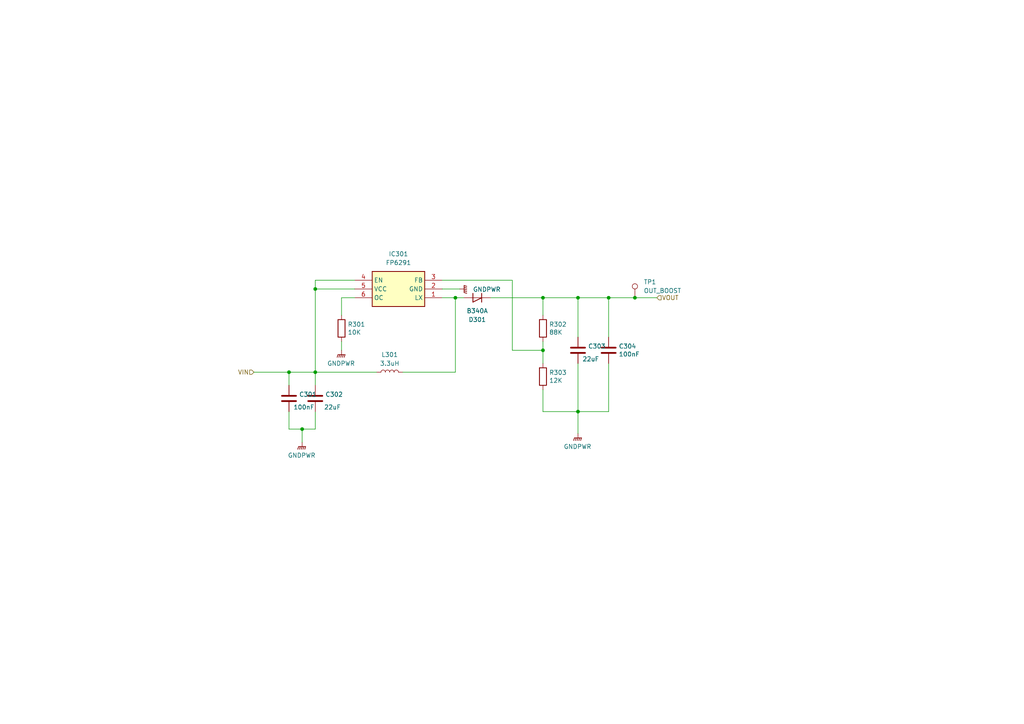
<source format=kicad_sch>
(kicad_sch (version 20230121) (generator eeschema)
  (paper "A4")
  (lib_symbols
    (symbol "Connector:TestPoint" (pin_numbers hide) (pin_names (offset 0.762) hide)
      (property "Reference" "TP" (at 0 6.858 0))
      (property "Value" "TestPoint" (at 0 5.08 0))
      (symbol "TestPoint_0_1"
        (circle (center 0 3.302) (radius 0.762))
      )
      (symbol "TestPoint_1_1"
        (pin passive line (at 0 0 90) (length 2.54) (name "1") (number "1"))
      )
    )
    (symbol "Device:C" (pin_numbers hide) (pin_names (offset 0.254))
      (property "Reference" "C" (at 0.635 2.54 0))
      (property "Value" "C" (at 0.635 -2.54 0))
      (symbol "C_0_1"
        (polyline (pts (xy -2.032 -0.762) (xy 2.032 -0.762)) (stroke (width 0.508)))
        (polyline (pts (xy -2.032 0.762) (xy 2.032 0.762)) (stroke (width 0.508)))
      )
      (symbol "C_1_1"
        (pin passive line (at 0 3.81 270) (length 2.794) (name "~") (number "1"))
        (pin passive line (at 0 -3.81 90) (length 2.794) (name "~") (number "2"))
      )
    )
    (symbol "Device:D_Shockley" (pin_numbers hide) (pin_names (offset 1.016) hide)
      (property "Reference" "D" (at 0 2.54 0))
      (property "Value" "D_Shockley" (at 0 -2.54 0))
      (symbol "D_Shockley_0_1"
        (polyline (pts (xy -1.27 0) (xy 1.27 0)))
        (polyline (pts (xy -1.27 1.27) (xy -1.27 -1.27)) (stroke (width 0.254)))
        (polyline (pts (xy -1.27 0) (xy 1.27 1.27) (xy 1.27 -1.27)) (stroke (width 0.254)))
      )
      (symbol "D_Shockley_1_1"
        (pin passive line (at -3.81 0 0) (length 2.54) (name "K") (number "1"))
        (pin passive line (at 3.81 0 180) (length 2.54) (name "A") (number "2"))
      )
    )
    (symbol "Device:L" (pin_numbers hide) (pin_names (offset 1.016) hide)
      (property "Reference" "L" (at -1.27 0 90))
      (property "Value" "L" (at 1.905 0 90))
      (symbol "L_0_1"
        (arc (start 0 -2.54) (mid 0.6323 -1.905) (end 0 -1.27))
        (arc (start 0 -1.27) (mid 0.6323 -0.635) (end 0 0))
        (arc (start 0 0) (mid 0.6323 0.635) (end 0 1.27))
        (arc (start 0 1.27) (mid 0.6323 1.905) (end 0 2.54))
      )
      (symbol "L_1_1"
        (pin passive line (at 0 3.81 270) (length 1.27) (name "1") (number "1"))
        (pin passive line (at 0 -3.81 90) (length 1.27) (name "2") (number "2"))
      )
    )
    (symbol "Device:R" (pin_numbers hide) (pin_names (offset 0))
      (property "Reference" "R" (at 2.032 0 90))
      (property "Value" "R" (at 0 0 90))
      (symbol "R_0_1"
        (rectangle (start -1.016 -2.54) (end 1.016 2.54) (stroke (width 0.254)))
      )
      (symbol "R_1_1"
        (pin passive line (at 0 3.81 270) (length 1.27) (name "~") (number "1"))
        (pin passive line (at 0 -3.81 90) (length 1.27) (name "~") (number "2"))
      )
    )
    (symbol "FP6291_1"
      (property "Reference" "IC" (at 21.59 7.62 0))
      (property "Value" "FP6291" (at 21.59 5.08 0))
      (symbol "FP6291_1_1_1"
        (rectangle (start 5.08 2.54) (end 20.32 -7.62) (stroke (width 0.254)) (fill (type background)))
        (pin passive line (at 0 -5.08 0) (length 5.08) (name "LX") (number "1"))
        (pin passive line (at 0 -2.54 0) (length 5.08) (name "GND") (number "2"))
        (pin passive line (at 0 0 0) (length 5.08) (name "FB") (number "3"))
        (pin passive line (at 25.4 0 180) (length 5.08) (name "EN") (number "4"))
        (pin passive line (at 25.4 -2.54 180) (length 5.08) (name "VCC") (number "5"))
        (pin passive line (at 25.4 -5.08 180) (length 5.08) (name "OC") (number "6"))
      )
    )
    (symbol "power:GNDPWR" (power) (pin_names (offset 0))
      (property "Value" "GNDPWR" (at 0 -3.302 0))
      (symbol "GNDPWR_0_1"
        (polyline (pts (xy 0 -1.27) (xy 0 0)))
        (polyline (pts (xy -1.016 -1.27) (xy -1.27 -2.032) (xy -1.27 -2.032)) (stroke (width 0.2032)))
        (polyline (pts (xy -0.508 -1.27) (xy -0.762 -2.032) (xy -0.762 -2.032)) (stroke (width 0.2032)))
        (polyline (pts (xy 0 -1.27) (xy -0.254 -2.032) (xy -0.254 -2.032)) (stroke (width 0.2032)))
        (polyline (pts (xy 0.508 -1.27) (xy 0.254 -2.032) (xy 0.254 -2.032)) (stroke (width 0.2032)))
        (polyline (pts (xy 1.016 -1.27) (xy -1.016 -1.27) (xy -1.016 -1.27)) (stroke (width 0.2032)))
        (polyline (pts (xy 1.016 -1.27) (xy 0.762 -2.032) (xy 0.762 -2.032) (xy 0.762 -2.032)) (stroke (width 0.2032)))
      )
      (symbol "GNDPWR_1_1"
        (pin power_in line (at 0 0 270) (length 0) hide (name "GNDPWR") (number "1"))
      )
    )
  )
  (junction (at 167.64 86.36))
  (junction (at 167.64 119.38))
  (junction (at 176.53 86.36))
  (junction (at 91.44 83.82))
  (junction (at 157.48 86.36))
  (junction (at 91.44 107.95))
  (junction (at 184.15 86.36))
  (junction (at 87.63 124.46))
  (junction (at 83.82 107.95))
  (junction (at 157.48 101.6))
  (junction (at 132.08 86.36))
  (wire (pts (xy 116.84 107.95) (xy 132.08 107.95)))
  (wire (pts (xy 87.63 124.46) (xy 91.44 124.46)))
  (wire (pts (xy 83.82 124.46) (xy 87.63 124.46)))
  (wire (pts (xy 99.06 99.06) (xy 99.06 101.6)))
  (wire (pts (xy 157.48 91.44) (xy 157.48 86.36)))
  (wire (pts (xy 83.82 111.76) (xy 83.82 107.95)))
  (wire (pts (xy 157.48 113.03) (xy 157.48 119.38)))
  (wire (pts (xy 91.44 124.46) (xy 91.44 119.38)))
  (wire (pts (xy 132.08 86.36) (xy 132.08 107.95)))
  (wire (pts (xy 91.44 107.95) (xy 109.22 107.95)))
  (wire (pts (xy 157.48 86.36) (xy 167.64 86.36)))
  (wire (pts (xy 167.64 97.79) (xy 167.64 86.36)))
  (wire (pts (xy 167.64 125.73) (xy 167.64 119.38)))
  (wire (pts (xy 167.64 119.38) (xy 176.53 119.38)))
  (wire (pts (xy 91.44 83.82) (xy 102.87 83.82)))
  (wire (pts (xy 157.48 101.6) (xy 148.59 101.6)))
  (wire (pts (xy 91.44 81.28) (xy 91.44 83.82)))
  (wire (pts (xy 83.82 107.95) (xy 73.66 107.95)))
  (wire (pts (xy 157.48 119.38) (xy 167.64 119.38)))
  (wire (pts (xy 142.24 86.36) (xy 157.48 86.36)))
  (wire (pts (xy 184.15 86.36) (xy 190.5 86.36)))
  (wire (pts (xy 87.63 128.27) (xy 87.63 124.46)))
  (wire (pts (xy 99.06 86.36) (xy 102.87 86.36)))
  (wire (pts (xy 176.53 86.36) (xy 184.15 86.36)))
  (wire (pts (xy 157.48 99.06) (xy 157.48 101.6)))
  (wire (pts (xy 91.44 107.95) (xy 83.82 107.95)))
  (wire (pts (xy 157.48 101.6) (xy 157.48 105.41)))
  (wire (pts (xy 91.44 83.82) (xy 91.44 107.95)))
  (wire (pts (xy 128.27 81.28) (xy 148.59 81.28)))
  (wire (pts (xy 128.27 86.36) (xy 132.08 86.36)))
  (wire (pts (xy 91.44 81.28) (xy 102.87 81.28)))
  (wire (pts (xy 128.27 83.82) (xy 133.35 83.82)))
  (wire (pts (xy 167.64 86.36) (xy 176.53 86.36)))
  (wire (pts (xy 91.44 111.76) (xy 91.44 107.95)))
  (wire (pts (xy 167.64 105.41) (xy 167.64 119.38)))
  (wire (pts (xy 83.82 119.38) (xy 83.82 124.46)))
  (wire (pts (xy 132.08 86.36) (xy 134.62 86.36)))
  (wire (pts (xy 176.53 119.38) (xy 176.53 105.41)))
  (wire (pts (xy 99.06 91.44) (xy 99.06 86.36)))
  (wire (pts (xy 176.53 97.79) (xy 176.53 86.36)))
  (wire (pts (xy 148.59 81.28) (xy 148.59 101.6)))
  (hierarchical_label "VOUT" (shape input) (at 190.5 86.36 0))
  (hierarchical_label "VIN" (shape input) (at 73.66 107.95 180))
  (symbol (lib_id "Device:C") (at 91.44 115.57 0) (unit 1)
    (property "Reference" "C302" (at 94.361 114.4016 0) (effects (justify left)))
    (property "Value" "22uF" (at 93.98 118.11 0) (effects (justify left)))
    (property "Footprint" "Capacitor_SMD:C_0603_1608Metric" (effects hide))
    (instances (project "smart_alarm_V0.1" (path "" (reference "C302") (unit 1))) (project "onion_4G" (path "" (reference "C?") (unit 1))))
  )
  (symbol (lib_id "Device:C") (at 167.64 101.6 0) (unit 1)
    (property "Reference" "C303" (at 170.561 100.4316 0) (effects (justify left)))
    (property "Value" "22uF" (at 168.91 104.14 0) (effects (justify left)))
    (property "Footprint" "Capacitor_SMD:C_0603_1608Metric" (effects hide))
    (instances (project "smart_alarm_V0.1" (path "" (reference "C303") (unit 1))) (project "onion_4G" (path "" (reference "C?") (unit 1))))
  )
  (symbol (lib_id "Device:C") (at 176.53 101.6 0) (unit 1)
    (property "Reference" "C304" (at 179.451 100.4316 0) (effects (justify left)))
    (property "Value" "100nF" (at 179.451 102.743 0) (effects (justify left)))
    (property "Footprint" "Capacitor_SMD:C_0603_1608Metric" (effects hide))
    (instances (project "smart_alarm_V0.1" (path "" (reference "C304") (unit 1))) (project "onion_4G" (path "" (reference "C?") (unit 1))))
  )
  (symbol (lib_id "Device:C") (at 83.82 115.57 0) (unit 1)
    (property "Reference" "C301" (at 86.741 114.4016 0) (effects (justify left)))
    (property "Value" "100nF" (at 85.09 118.11 0) (effects (justify left)))
    (property "Footprint" "Capacitor_SMD:C_0603_1608Metric" (effects hide))
    (instances (project "smart_alarm_V0.1" (path "" (reference "C301") (unit 1))) (project "onion_4G" (path "" (reference "C?") (unit 1))))
  )
  (symbol (lib_id "Device:R") (at 157.48 95.25 0) (unit 1)
    (property "Reference" "R302" (at 159.258 94.0816 0) (effects (justify left)))
    (property "Value" "88K" (at 159.258 96.393 0) (effects (justify left)))
    (property "Footprint" "Resistor_SMD:R_0603_1608Metric" (effects hide))
    (instances (project "smart_alarm_V0.1" (path "" (reference "R302") (unit 1))) (project "onion_4G" (path "" (reference "R?") (unit 1))))
  )
  (symbol (lib_id "Device:R") (at 157.48 109.22 0) (unit 1)
    (property "Reference" "R303" (at 159.258 108.0516 0) (effects (justify left)))
    (property "Value" "12K" (at 159.258 110.363 0) (effects (justify left)))
    (property "Footprint" "Resistor_SMD:R_0603_1608Metric" (effects hide))
    (instances (project "smart_alarm_V0.1" (path "" (reference "R303") (unit 1))) (project "onion_4G" (path "" (reference "R?") (unit 1))))
  )
  (symbol (lib_id "Device:R") (at 99.06 95.25 0) (unit 1)
    (property "Reference" "R301" (at 100.838 94.0816 0) (effects (justify left)))
    (property "Value" "10K" (at 100.838 96.393 0) (effects (justify left)))
    (property "Footprint" "Resistor_SMD:R_0603_1608Metric" (effects hide))
    (instances (project "smart_alarm_V0.1" (path "" (reference "R301") (unit 1))) (project "onion_4G" (path "" (reference "R?") (unit 1))))
  )
  (symbol (lib_id "Device:D_Shockley") (at 138.43 86.36 180) (unit 1)
    (property "Reference" "D301" (at 138.43 92.71 0))
    (property "Value" "B340A" (at 138.43 90.17 0))
    (property "Footprint" "Diode_SMD:D_SMA" (effects hide))
    (instances (project "smart_alarm_V0.1" (path "" (reference "D301") (unit 1))) (project "onion_4G" (path "" (reference "D?") (unit 1))))
  )
  (symbol (lib_id "power:GNDPWR") (at 87.63 128.27 0) (unit 1)
    (property "Reference" "#PWR0502" (effects hide))
    (property "Value" "GNDPWR" (at 87.503 132.08 0))
    (instances (project "smart_alarm_V0.1" (path "" (reference "#PWR0502") (unit 1)) (path "" (reference "#PWR0301") (unit 1))))
  )
  (symbol (lib_id "Device:L") (at 113.03 107.95 90) (unit 1)
    (property "Reference" "L301" (at 113.03 102.87 90))
    (property "Value" "3.3uH" (at 113.03 105.41 90))
    (property "Footprint" "Inductor_SMD:L_Taiyo-Yuden_MD-5050" (effects hide))
  )
  (symbol (lib_id "power:GNDPWR") (at 99.06 101.6 0) (unit 1)
    (property "Reference" "#PWR0502" (effects hide))
    (property "Value" "GNDPWR" (at 98.933 105.41 0))
    (instances (project "smart_alarm_V0.1" (path "" (reference "#PWR0502") (unit 1)) (path "" (reference "#PWR01") (unit 1))))
  )
  (symbol (lib_id "power:GNDPWR") (at 133.35 83.82 90) (unit 1)
    (property "Reference" "#PWR0502" (effects hide))
    (property "Value" "GNDPWR" (at 137.16 83.947 90) (effects (justify right)))
    (instances (project "smart_alarm_V0.1" (path "" (reference "#PWR0502") (unit 1)) (path "" (reference "#PWR02") (unit 1))))
  )
  (symbol (lib_id "power:GNDPWR") (at 167.64 125.73 0) (unit 1)
    (property "Reference" "#PWR0502" (effects hide))
    (property "Value" "GNDPWR" (at 167.513 129.54 0))
    (instances (project "smart_alarm_V0.1" (path "" (reference "#PWR0502") (unit 1)) (path "" (reference "#PWR0305") (unit 1))))
  )
  (symbol (lib_id "Connector:TestPoint") (at 184.15 86.36 0) (unit 1)
    (property "Reference" "TP1" (at 186.69 81.788 0) (effects (justify left)))
    (property "Value" "OUT_BOOST" (at 186.69 84.328 0) (effects (justify left)))
    (property "Footprint" "TestPoint:TestPoint_Pad_1.0x1.0mm" (effects hide))
  )
  (symbol (lib_name "FP6291_1") (lib_id "FP6291:FP6291") (at 128.27 81.28 0) (mirror y) (unit 1)
    (property "Reference" "IC301" (at 115.57 73.66 0))
    (property "Value" "FP6291" (at 115.57 76.2 0))
    (property "Footprint" "Package_TO_SOT_SMD:SOT-23-6_Handsoldering" (effects hide))
    (property "Datasheet" "https://www.sunrom.com/get/212221" (effects hide))
    (property "Height" "1.45" (effects hide))
    (property "Manufacturer_Name" "Macroblock" (effects hide))
    (property "Manufacturer_Part_Number" "FP6291" (effects hide))
  )
)
</source>
